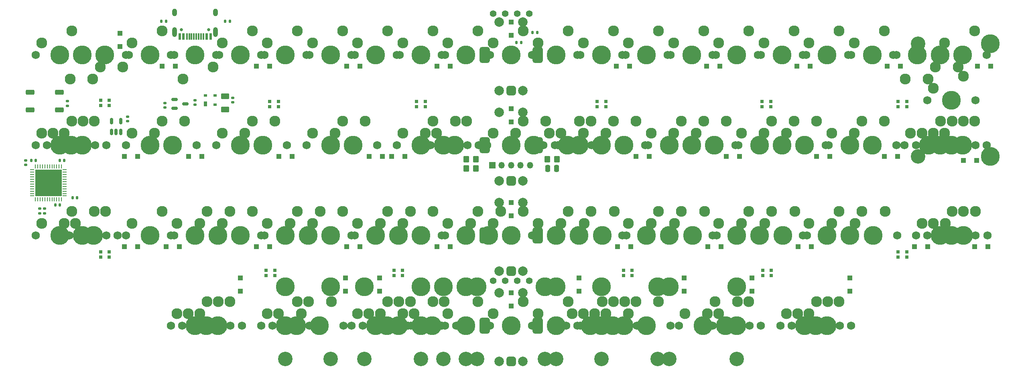
<source format=gbr>
%TF.GenerationSoftware,KiCad,Pcbnew,(7.0.0)*%
%TF.CreationDate,2023-12-19T23:31:54+01:00*%
%TF.ProjectId,universal vault v2,756e6976-6572-4736-916c-207661756c74,rev?*%
%TF.SameCoordinates,Original*%
%TF.FileFunction,Soldermask,Bot*%
%TF.FilePolarity,Negative*%
%FSLAX46Y46*%
G04 Gerber Fmt 4.6, Leading zero omitted, Abs format (unit mm)*
G04 Created by KiCad (PCBNEW (7.0.0)) date 2023-12-19 23:31:54*
%MOMM*%
%LPD*%
G01*
G04 APERTURE LIST*
G04 Aperture macros list*
%AMRoundRect*
0 Rectangle with rounded corners*
0 $1 Rounding radius*
0 $2 $3 $4 $5 $6 $7 $8 $9 X,Y pos of 4 corners*
0 Add a 4 corners polygon primitive as box body*
4,1,4,$2,$3,$4,$5,$6,$7,$8,$9,$2,$3,0*
0 Add four circle primitives for the rounded corners*
1,1,$1+$1,$2,$3*
1,1,$1+$1,$4,$5*
1,1,$1+$1,$6,$7*
1,1,$1+$1,$8,$9*
0 Add four rect primitives between the rounded corners*
20,1,$1+$1,$2,$3,$4,$5,0*
20,1,$1+$1,$4,$5,$6,$7,0*
20,1,$1+$1,$6,$7,$8,$9,0*
20,1,$1+$1,$8,$9,$2,$3,0*%
G04 Aperture macros list end*
%ADD10C,1.750000*%
%ADD11C,3.987800*%
%ADD12C,2.300000*%
%ADD13C,3.048000*%
%ADD14C,1.397000*%
%ADD15C,2.000000*%
%ADD16RoundRect,0.500000X0.500000X-0.500000X0.500000X0.500000X-0.500000X0.500000X-0.500000X-0.500000X0*%
%ADD17RoundRect,0.550000X0.550000X-1.150000X0.550000X1.150000X-0.550000X1.150000X-0.550000X-1.150000X0*%
%ADD18RoundRect,0.105000X0.245000X0.245000X-0.245000X0.245000X-0.245000X-0.245000X0.245000X-0.245000X0*%
%ADD19RoundRect,0.250000X-0.300000X0.300000X-0.300000X-0.300000X0.300000X-0.300000X0.300000X0.300000X0*%
%ADD20RoundRect,0.250000X0.300000X0.300000X-0.300000X0.300000X-0.300000X-0.300000X0.300000X-0.300000X0*%
%ADD21RoundRect,0.250000X0.300000X-0.300000X0.300000X0.300000X-0.300000X0.300000X-0.300000X-0.300000X0*%
%ADD22RoundRect,0.105000X-0.245000X-0.245000X0.245000X-0.245000X0.245000X0.245000X-0.245000X0.245000X0*%
%ADD23R,1.350000X1.350000*%
%ADD24O,1.350000X1.350000*%
%ADD25RoundRect,0.140000X-0.170000X0.140000X-0.170000X-0.140000X0.170000X-0.140000X0.170000X0.140000X0*%
%ADD26RoundRect,0.135000X0.185000X-0.135000X0.185000X0.135000X-0.185000X0.135000X-0.185000X-0.135000X0*%
%ADD27RoundRect,0.150000X0.150000X-0.512500X0.150000X0.512500X-0.150000X0.512500X-0.150000X-0.512500X0*%
%ADD28RoundRect,0.140000X-0.140000X-0.170000X0.140000X-0.170000X0.140000X0.170000X-0.140000X0.170000X0*%
%ADD29RoundRect,0.140000X0.170000X-0.140000X0.170000X0.140000X-0.170000X0.140000X-0.170000X-0.140000X0*%
%ADD30RoundRect,0.250000X-0.300000X-0.300000X0.300000X-0.300000X0.300000X0.300000X-0.300000X0.300000X0*%
%ADD31RoundRect,0.135000X0.135000X0.185000X-0.135000X0.185000X-0.135000X-0.185000X0.135000X-0.185000X0*%
%ADD32RoundRect,0.140000X0.140000X0.170000X-0.140000X0.170000X-0.140000X-0.170000X0.140000X-0.170000X0*%
%ADD33RoundRect,0.275000X0.625000X0.275000X-0.625000X0.275000X-0.625000X-0.275000X0.625000X-0.275000X0*%
%ADD34RoundRect,0.250000X0.625000X-0.375000X0.625000X0.375000X-0.625000X0.375000X-0.625000X-0.375000X0*%
%ADD35RoundRect,0.150000X-0.512500X-0.150000X0.512500X-0.150000X0.512500X0.150000X-0.512500X0.150000X0*%
%ADD36RoundRect,0.135000X-0.135000X-0.185000X0.135000X-0.185000X0.135000X0.185000X-0.135000X0.185000X0*%
%ADD37RoundRect,0.250000X0.350000X0.450000X-0.350000X0.450000X-0.350000X-0.450000X0.350000X-0.450000X0*%
%ADD38RoundRect,0.250000X-0.350000X-0.450000X0.350000X-0.450000X0.350000X0.450000X-0.350000X0.450000X0*%
%ADD39RoundRect,0.250000X0.250000X0.475000X-0.250000X0.475000X-0.250000X-0.475000X0.250000X-0.475000X0*%
%ADD40C,0.650000*%
%ADD41R,0.600000X1.450000*%
%ADD42R,0.300000X1.450000*%
%ADD43O,1.000000X1.600000*%
%ADD44O,1.000000X2.100000*%
%ADD45R,0.700000X1.000000*%
%ADD46R,0.700000X0.600000*%
%ADD47RoundRect,0.062500X0.062500X-0.375000X0.062500X0.375000X-0.062500X0.375000X-0.062500X-0.375000X0*%
%ADD48RoundRect,0.062500X0.375000X-0.062500X0.375000X0.062500X-0.375000X0.062500X-0.375000X-0.062500X0*%
%ADD49R,5.600000X5.600000*%
G04 APERTURE END LIST*
D10*
%TO.C,K_SPACE4*%
X61595000Y66675000D03*
D11*
X66675000Y66675000D03*
D10*
X71755000Y66675000D03*
D12*
X62865000Y69215000D03*
X69215000Y71755000D03*
%TD*%
D10*
%TO.C,K_SPACE68*%
X113982500Y47625000D03*
D11*
X119062500Y47625000D03*
D10*
X124142500Y47625000D03*
D12*
X115252500Y50165000D03*
X121602500Y52705000D03*
%TD*%
D10*
%TO.C,K_SPACE17*%
X99695000Y47625000D03*
D11*
X104775000Y47625000D03*
D10*
X109855000Y47625000D03*
D12*
X100965000Y50165000D03*
X107315000Y52705000D03*
%TD*%
D13*
%TO.C,S6*%
X95250000Y2540000D03*
D11*
X95250000Y17780000D03*
D13*
X57150000Y2540000D03*
D11*
X57150000Y17780000D03*
%TD*%
D10*
%TO.C,K_SPACE30*%
X128270000Y28575000D03*
D11*
X133350000Y28575000D03*
D10*
X138430000Y28575000D03*
D12*
X129540000Y31115000D03*
X135890000Y33655000D03*
%TD*%
D10*
%TO.C,K_SPACE118*%
X147320000Y9525000D03*
D11*
X152400000Y9525000D03*
D10*
X157480000Y9525000D03*
D12*
X148590000Y12065000D03*
X154940000Y14605000D03*
%TD*%
D10*
%TO.C,K_SPACE94*%
X94932500Y28575000D03*
D11*
X100012500Y28575000D03*
D10*
X105092500Y28575000D03*
D12*
X96202500Y31115000D03*
X102552500Y33655000D03*
%TD*%
D10*
%TO.C,K_SPACE73*%
X28257500Y47625000D03*
D11*
X33337500Y47625000D03*
D10*
X38417500Y47625000D03*
D12*
X29527500Y50165000D03*
X35877500Y52705000D03*
%TD*%
D10*
%TO.C,K_SPACE117*%
X52070000Y9525000D03*
D11*
X57150000Y9525000D03*
D10*
X62230000Y9525000D03*
D12*
X53340000Y12065000D03*
X59690000Y14605000D03*
%TD*%
D10*
%TO.C,K_SPACE107*%
X35401250Y9525000D03*
D11*
X40481250Y9525000D03*
D10*
X45561250Y9525000D03*
D12*
X36671250Y12065000D03*
X43021250Y14605000D03*
%TD*%
D10*
%TO.C,K_SPACE83*%
X23495000Y28575000D03*
D11*
X28575000Y28575000D03*
D10*
X33655000Y28575000D03*
D12*
X24765000Y31115000D03*
X31115000Y33655000D03*
%TD*%
D13*
%TO.C,S3*%
X135731250Y2540000D03*
D11*
X135731250Y17780000D03*
D13*
X111918750Y2540000D03*
D11*
X111918750Y17780000D03*
%TD*%
D10*
%TO.C,K_SPACE124*%
X73501250Y9525000D03*
D11*
X78581250Y9525000D03*
D10*
X83661250Y9525000D03*
D12*
X74771250Y12065000D03*
X81121250Y14605000D03*
%TD*%
D10*
%TO.C,K_SPACE28*%
X87788750Y47625000D03*
D11*
X92868750Y47625000D03*
D10*
X97948750Y47625000D03*
D12*
X89058750Y50165000D03*
X95408750Y52705000D03*
%TD*%
D10*
%TO.C,K_SPACE72*%
X190182500Y47625000D03*
D11*
X195262500Y47625000D03*
D10*
X200342500Y47625000D03*
D12*
X191452500Y50165000D03*
X197802500Y52705000D03*
%TD*%
D14*
%TO.C,OL2*%
X108585000Y75406250D03*
X106045000Y75406250D03*
X103505000Y75406250D03*
X100965000Y75406250D03*
%TD*%
D10*
%TO.C,K_SPACE95*%
X192563750Y57150000D03*
D11*
X197643750Y57150000D03*
D10*
X202723750Y57150000D03*
D12*
X193833750Y59690000D03*
X200183750Y62230000D03*
%TD*%
D10*
%TO.C,K_SPACE9*%
X156845000Y66675000D03*
D11*
X161925000Y66675000D03*
D10*
X167005000Y66675000D03*
D12*
X158115000Y69215000D03*
X164465000Y71755000D03*
%TD*%
D10*
%TO.C,K_SPACE21*%
X175895000Y47625000D03*
D11*
X180975000Y47625000D03*
D10*
X186055000Y47625000D03*
D12*
X177165000Y50165000D03*
X183515000Y52705000D03*
%TD*%
D10*
%TO.C,K_SPACE33*%
X190182500Y28575000D03*
D11*
X195262500Y28575000D03*
D10*
X200342500Y28575000D03*
D12*
X191452500Y31115000D03*
X197802500Y33655000D03*
%TD*%
D10*
%TO.C,K_SPACE55*%
X71120000Y66675000D03*
D11*
X76200000Y66675000D03*
D10*
X81280000Y66675000D03*
D12*
X72390000Y69215000D03*
X78740000Y71755000D03*
%TD*%
D10*
%TO.C,K_SPACE121*%
X121126250Y9525000D03*
D11*
X126206250Y9525000D03*
D10*
X131286250Y9525000D03*
D12*
X122396250Y12065000D03*
X128746250Y14605000D03*
%TD*%
D13*
%TO.C,S5*%
X138112500Y2540000D03*
D11*
X138112500Y17780000D03*
D13*
X114300000Y2540000D03*
D11*
X114300000Y17780000D03*
%TD*%
D10*
%TO.C,K_SPACE115*%
X116363750Y9525000D03*
D11*
X121443750Y9525000D03*
D10*
X126523750Y9525000D03*
D12*
X117633750Y12065000D03*
X123983750Y14605000D03*
%TD*%
D10*
%TO.C,K_SPACE15*%
X61595000Y47625000D03*
D11*
X66675000Y47625000D03*
D10*
X71755000Y47625000D03*
D12*
X62865000Y50165000D03*
X69215000Y52705000D03*
%TD*%
D10*
%TO.C,K_SPACE70*%
X152082500Y47625000D03*
D11*
X157162500Y47625000D03*
D10*
X162242500Y47625000D03*
D12*
X153352500Y50165000D03*
X159702500Y52705000D03*
%TD*%
D10*
%TO.C,K_SPACE38*%
X123507500Y9525000D03*
D11*
X128587500Y9525000D03*
D10*
X133667500Y9525000D03*
D12*
X124777500Y12065000D03*
X131127500Y14605000D03*
%TD*%
D10*
%TO.C,K_SPACE98*%
X152082500Y28575000D03*
D11*
X157162500Y28575000D03*
D10*
X162242500Y28575000D03*
D12*
X153352500Y31115000D03*
X159702500Y33655000D03*
%TD*%
D10*
%TO.C,K_SPACE78*%
X123507500Y47625000D03*
D11*
X128587500Y47625000D03*
D10*
X133667500Y47625000D03*
D12*
X124777500Y50165000D03*
X131127500Y52705000D03*
%TD*%
D10*
%TO.C,K_SPACE101*%
X192563750Y47625000D03*
D11*
X197643750Y47625000D03*
D10*
X202723750Y47625000D03*
D12*
X193833750Y50165000D03*
X200183750Y52705000D03*
%TD*%
D10*
%TO.C,K_SPACE10*%
X175895000Y66675000D03*
D11*
X180975000Y66675000D03*
D10*
X186055000Y66675000D03*
D12*
X177165000Y69215000D03*
X183515000Y71755000D03*
%TD*%
D10*
%TO.C,K_SPACE74*%
X47307500Y47625000D03*
D11*
X52387500Y47625000D03*
D10*
X57467500Y47625000D03*
D12*
X48577500Y50165000D03*
X54927500Y52705000D03*
%TD*%
D14*
%TO.C,OL1*%
X100965000Y19050000D03*
X103505000Y19050000D03*
X106045000Y19050000D03*
X108585000Y19050000D03*
%TD*%
D10*
%TO.C,K_SPACE99*%
X171132500Y28575000D03*
D11*
X176212500Y28575000D03*
D10*
X181292500Y28575000D03*
D12*
X172402500Y31115000D03*
X178752500Y33655000D03*
%TD*%
D10*
%TO.C,K_SPACE85*%
X61595000Y28575000D03*
D11*
X66675000Y28575000D03*
D10*
X71755000Y28575000D03*
D12*
X62865000Y31115000D03*
X69215000Y33655000D03*
%TD*%
D10*
%TO.C,K_SPACE110*%
X99695000Y9525000D03*
D11*
X104775000Y9525000D03*
D10*
X109855000Y9525000D03*
D12*
X100965000Y12065000D03*
X107315000Y14605000D03*
%TD*%
D10*
%TO.C,K_SPACE2*%
X23495000Y66675000D03*
D11*
X28575000Y66675000D03*
D10*
X33655000Y66675000D03*
D12*
X24765000Y69215000D03*
X31115000Y71755000D03*
%TD*%
D10*
%TO.C,K_SPACE92*%
X56832500Y28575000D03*
D11*
X61912500Y28575000D03*
D10*
X66992500Y28575000D03*
D12*
X58102500Y31115000D03*
X64452500Y33655000D03*
%TD*%
D10*
%TO.C,K_SPACE34*%
X111601250Y47625000D03*
D11*
X116681250Y47625000D03*
D10*
X121761250Y47625000D03*
D12*
X112871250Y50165000D03*
X119221250Y52705000D03*
%TD*%
D10*
%TO.C,K_SPACE14*%
X42545000Y47625000D03*
D11*
X47625000Y47625000D03*
D10*
X52705000Y47625000D03*
D12*
X43815000Y50165000D03*
X50165000Y52705000D03*
%TD*%
D10*
%TO.C,K_SPACE77*%
X104457500Y47625000D03*
D11*
X109537500Y47625000D03*
D10*
X114617500Y47625000D03*
D12*
X105727500Y50165000D03*
X112077500Y52705000D03*
%TD*%
D10*
%TO.C,K_SPACE32*%
X166370000Y28575000D03*
D11*
X171450000Y28575000D03*
D10*
X176530000Y28575000D03*
D12*
X167640000Y31115000D03*
X173990000Y33655000D03*
%TD*%
D10*
%TO.C,K_SPACE114*%
X83026250Y9525000D03*
D11*
X88106250Y9525000D03*
D10*
X93186250Y9525000D03*
D12*
X84296250Y12065000D03*
X90646250Y14605000D03*
%TD*%
D10*
%TO.C,K_SPACE67*%
X6826250Y47625000D03*
D11*
X11906250Y47625000D03*
D10*
X16986250Y47625000D03*
D12*
X8096250Y50165000D03*
X14446250Y52705000D03*
%TD*%
D10*
%TO.C,K_SPACE108*%
X140176250Y9525000D03*
D11*
X145256250Y9525000D03*
D10*
X150336250Y9525000D03*
D12*
X141446250Y12065000D03*
X147796250Y14605000D03*
%TD*%
D10*
%TO.C,K_SPACE37*%
X75882500Y9525000D03*
D11*
X80962500Y9525000D03*
D10*
X86042500Y9525000D03*
D12*
X77152500Y12065000D03*
X83502500Y14605000D03*
%TD*%
D10*
%TO.C,K_SPACE71*%
X171132500Y47625000D03*
D11*
X176212500Y47625000D03*
D10*
X181292500Y47625000D03*
D12*
X172402500Y50165000D03*
X178752500Y52705000D03*
%TD*%
D10*
%TO.C,K_SPACE88*%
X137961250Y28575000D03*
D11*
X143041250Y28575000D03*
D10*
X148121250Y28575000D03*
D12*
X139231250Y31115000D03*
X145581250Y33655000D03*
%TD*%
D10*
%TO.C,K_SPACE50*%
X11588750Y28575000D03*
D11*
X16668750Y28575000D03*
D10*
X21748750Y28575000D03*
D12*
X12858750Y31115000D03*
X19208750Y33655000D03*
%TD*%
D10*
%TO.C,K_SPACE57*%
X9207500Y47625000D03*
D11*
X14287500Y47625000D03*
D10*
X19367500Y47625000D03*
D12*
X10477500Y50165000D03*
X16827500Y52705000D03*
%TD*%
D10*
%TO.C,K_SPACE26*%
X71120000Y28575000D03*
D11*
X76200000Y28575000D03*
D10*
X81280000Y28575000D03*
D12*
X72390000Y31115000D03*
X78740000Y33655000D03*
%TD*%
D10*
%TO.C,K_SPACE90*%
X176061250Y28575000D03*
D11*
X181141250Y28575000D03*
D10*
X186221250Y28575000D03*
D12*
X177331250Y31115000D03*
X183681250Y33655000D03*
%TD*%
D10*
%TO.C,K_SPACE116*%
X128270000Y9525000D03*
D11*
X133350000Y9525000D03*
D10*
X138430000Y9525000D03*
D12*
X129540000Y12065000D03*
X135890000Y14605000D03*
%TD*%
D15*
%TO.C,SW5*%
X102275000Y21075000D03*
X107275000Y21075000D03*
D16*
X104775000Y21075000D03*
D17*
X99175000Y28575000D03*
X110375000Y28575000D03*
D15*
X107275000Y35575000D03*
X102275000Y35575000D03*
%TD*%
D10*
%TO.C,K_SPACE93*%
X75882500Y28575000D03*
D11*
X80962500Y28575000D03*
D10*
X86042500Y28575000D03*
D12*
X77152500Y31115000D03*
X83502500Y33655000D03*
%TD*%
D10*
%TO.C,K_SPACE81*%
X187801250Y47625000D03*
D11*
X192881250Y47625000D03*
D10*
X197961250Y47625000D03*
D12*
X189071250Y50165000D03*
X195421250Y52705000D03*
%TD*%
D10*
%TO.C,K_SPACE128*%
X71120000Y9525000D03*
D11*
X76200000Y9525000D03*
D10*
X81280000Y9525000D03*
D12*
X72390000Y12065000D03*
X78740000Y14605000D03*
%TD*%
D10*
%TO.C,K_SPACE87*%
X118911250Y28575000D03*
D11*
X123991250Y28575000D03*
D10*
X129071250Y28575000D03*
D12*
X120181250Y31115000D03*
X126531250Y33655000D03*
%TD*%
D10*
%TO.C,K_SPACE123*%
X161607500Y9525000D03*
D11*
X166687500Y9525000D03*
D10*
X171767500Y9525000D03*
D12*
X162877500Y12065000D03*
X169227500Y14605000D03*
%TD*%
D10*
%TO.C,K_SPACE97*%
X133032500Y28575000D03*
D11*
X138112500Y28575000D03*
D10*
X143192500Y28575000D03*
D12*
X134302500Y31115000D03*
X140652500Y33655000D03*
%TD*%
D13*
%TO.C,S7*%
X152400000Y2540000D03*
D11*
X152400000Y17780000D03*
D13*
X114300000Y2540000D03*
D11*
X114300000Y17780000D03*
%TD*%
D10*
%TO.C,K_SPACE69*%
X133032500Y47625000D03*
D11*
X138112500Y47625000D03*
D10*
X143192500Y47625000D03*
D12*
X134302500Y50165000D03*
X140652500Y52705000D03*
%TD*%
D10*
%TO.C,K_SPACE56*%
X90170000Y66675000D03*
D11*
X95250000Y66675000D03*
D10*
X100330000Y66675000D03*
D12*
X91440000Y69215000D03*
X97790000Y71755000D03*
%TD*%
D10*
%TO.C,K_SPACE62*%
X195580000Y66675000D03*
D11*
X190500000Y66675000D03*
D10*
X185420000Y66675000D03*
D12*
X194310000Y64135000D03*
X187960000Y61595000D03*
%TD*%
D10*
%TO.C,K_SPACE109*%
X163988750Y9525000D03*
D11*
X169068750Y9525000D03*
D10*
X174148750Y9525000D03*
D12*
X165258750Y12065000D03*
X171608750Y14605000D03*
%TD*%
D10*
%TO.C,K_SPACE25*%
X52070000Y28575000D03*
D11*
X57150000Y28575000D03*
D10*
X62230000Y28575000D03*
D12*
X53340000Y31115000D03*
X59690000Y33655000D03*
%TD*%
D10*
%TO.C,K_SPACE63*%
X28257500Y47625000D03*
D11*
X33337500Y47625000D03*
D10*
X38417500Y47625000D03*
D12*
X29527500Y50165000D03*
X35877500Y52705000D03*
%TD*%
D10*
%TO.C,K_SPACE51*%
X37782500Y28575000D03*
D11*
X42862500Y28575000D03*
D10*
X47942500Y28575000D03*
D12*
X39052500Y31115000D03*
X45402500Y33655000D03*
%TD*%
D10*
%TO.C,K_SPACE60*%
X147320000Y66675000D03*
D11*
X152400000Y66675000D03*
D10*
X157480000Y66675000D03*
D12*
X148590000Y69215000D03*
X154940000Y71755000D03*
%TD*%
D10*
%TO.C,K_SPACE103*%
X19367500Y66675000D03*
D11*
X14287500Y66675000D03*
D10*
X9207500Y66675000D03*
D12*
X18097500Y64135000D03*
X11747500Y61595000D03*
%TD*%
D10*
%TO.C,K_SPACE102*%
X200342500Y66675000D03*
D11*
X195262500Y66675000D03*
D10*
X190182500Y66675000D03*
D12*
X199072500Y64135000D03*
X192722500Y61595000D03*
%TD*%
D10*
%TO.C,K_SPACE39*%
X71120000Y9525000D03*
D11*
X76200000Y9525000D03*
D10*
X81280000Y9525000D03*
D12*
X72390000Y12065000D03*
X78740000Y14605000D03*
%TD*%
D10*
%TO.C,K_SPACE8*%
X137795000Y66675000D03*
D11*
X142875000Y66675000D03*
D10*
X147955000Y66675000D03*
D12*
X139065000Y69215000D03*
X145415000Y71755000D03*
%TD*%
D10*
%TO.C,K_SPACE86*%
X80645000Y28575000D03*
D11*
X85725000Y28575000D03*
D10*
X90805000Y28575000D03*
D12*
X81915000Y31115000D03*
X88265000Y33655000D03*
%TD*%
D10*
%TO.C,K_SPACE100*%
X192563750Y28575000D03*
D11*
X197643750Y28575000D03*
D10*
X202723750Y28575000D03*
D12*
X193833750Y31115000D03*
X200183750Y33655000D03*
%TD*%
D10*
%TO.C,K_SPACE66*%
X85407500Y47625000D03*
D11*
X90487500Y47625000D03*
D10*
X95567500Y47625000D03*
D12*
X86677500Y50165000D03*
X93027500Y52705000D03*
%TD*%
D15*
%TO.C,SW1*%
X102275000Y59175000D03*
X107275000Y59175000D03*
D16*
X104775000Y59175000D03*
D17*
X99175000Y66675000D03*
X110375000Y66675000D03*
D15*
X107275000Y73675000D03*
X102275000Y73675000D03*
%TD*%
D10*
%TO.C,K_SPACE79*%
X142557500Y47625000D03*
D11*
X147637500Y47625000D03*
D10*
X152717500Y47625000D03*
D12*
X143827500Y50165000D03*
X150177500Y52705000D03*
%TD*%
D10*
%TO.C,K_SPACE64*%
X47307500Y47625000D03*
D11*
X52387500Y47625000D03*
D10*
X57467500Y47625000D03*
D12*
X48577500Y50165000D03*
X54927500Y52705000D03*
%TD*%
D10*
%TO.C,K_SPACE20*%
X156845000Y47625000D03*
D11*
X161925000Y47625000D03*
D10*
X167005000Y47625000D03*
D12*
X158115000Y50165000D03*
X164465000Y52705000D03*
%TD*%
D10*
%TO.C,K_SPACE49*%
X99695000Y28575000D03*
D11*
X104775000Y28575000D03*
D10*
X109855000Y28575000D03*
D12*
X100965000Y31115000D03*
X107315000Y33655000D03*
%TD*%
D10*
%TO.C,K_SPACE59*%
X128270000Y66675000D03*
D11*
X133350000Y66675000D03*
D10*
X138430000Y66675000D03*
D12*
X129540000Y69215000D03*
X135890000Y71755000D03*
%TD*%
D10*
%TO.C,K_SPACE104*%
X6826250Y47625000D03*
D11*
X11906250Y47625000D03*
D10*
X16986250Y47625000D03*
D12*
X8096250Y50165000D03*
X14446250Y52705000D03*
%TD*%
D10*
%TO.C,K_SPACE84*%
X42545000Y28575000D03*
D11*
X47625000Y28575000D03*
D10*
X52705000Y28575000D03*
D12*
X43815000Y31115000D03*
X50165000Y33655000D03*
%TD*%
D10*
%TO.C,K_SPACE106*%
X59213750Y9525000D03*
D11*
X64293750Y9525000D03*
D10*
X69373750Y9525000D03*
D12*
X60483750Y12065000D03*
X66833750Y14605000D03*
%TD*%
D13*
%TO.C,S2*%
X97631250Y2540000D03*
D11*
X97631250Y17780000D03*
D13*
X73818750Y2540000D03*
D11*
X73818750Y17780000D03*
%TD*%
D10*
%TO.C,K_SPACE125*%
X118745000Y9525000D03*
D11*
X123825000Y9525000D03*
D10*
X128905000Y9525000D03*
D12*
X120015000Y12065000D03*
X126365000Y14605000D03*
%TD*%
D10*
%TO.C,K_SPACE11*%
X194945000Y66675000D03*
D11*
X200025000Y66675000D03*
D10*
X205105000Y66675000D03*
D12*
X196215000Y69215000D03*
X202565000Y71755000D03*
%TD*%
D10*
%TO.C,K_SPACE91*%
X195111250Y28575000D03*
D11*
X200191250Y28575000D03*
D10*
X205271250Y28575000D03*
D12*
X196381250Y31115000D03*
X202731250Y33655000D03*
%TD*%
D15*
%TO.C,SW2*%
X102275000Y40125000D03*
X107275000Y40125000D03*
D16*
X104775000Y40125000D03*
D17*
X99175000Y47625000D03*
X110375000Y47625000D03*
D15*
X107275000Y54625000D03*
X102275000Y54625000D03*
%TD*%
D10*
%TO.C,K_SPACE122*%
X37782500Y9525000D03*
D11*
X42862500Y9525000D03*
D10*
X47942500Y9525000D03*
D12*
X39052500Y12065000D03*
X45402500Y14605000D03*
%TD*%
D10*
%TO.C,K_SPACE129*%
X128270000Y9525000D03*
D11*
X133350000Y9525000D03*
D10*
X138430000Y9525000D03*
D12*
X129540000Y12065000D03*
X135890000Y14605000D03*
%TD*%
D10*
%TO.C,K_SPACE113*%
X166370000Y9525000D03*
D11*
X171450000Y9525000D03*
D10*
X176530000Y9525000D03*
D12*
X167640000Y12065000D03*
X173990000Y14605000D03*
%TD*%
D10*
%TO.C,K_SPACE19*%
X137795000Y47625000D03*
D11*
X142875000Y47625000D03*
D10*
X147955000Y47625000D03*
D12*
X139065000Y50165000D03*
X145415000Y52705000D03*
%TD*%
D10*
%TO.C,K_SPACE23*%
X9207500Y28575000D03*
D11*
X14287500Y28575000D03*
D10*
X19367500Y28575000D03*
D12*
X10477500Y31115000D03*
X16827500Y33655000D03*
%TD*%
D10*
%TO.C,K_SPACE16*%
X80645000Y47625000D03*
D11*
X85725000Y47625000D03*
D10*
X90805000Y47625000D03*
D12*
X81915000Y50165000D03*
X88265000Y52705000D03*
%TD*%
D10*
%TO.C,K_SPACE105*%
X33020000Y9525000D03*
D11*
X38100000Y9525000D03*
D10*
X43180000Y9525000D03*
D12*
X34290000Y12065000D03*
X40640000Y14605000D03*
%TD*%
D10*
%TO.C,K_SPACE12*%
X4445000Y47625000D03*
D11*
X9525000Y47625000D03*
D10*
X14605000Y47625000D03*
D12*
X5715000Y50165000D03*
X12065000Y52705000D03*
%TD*%
D10*
%TO.C,K_SPACE22*%
X194945000Y47625000D03*
D11*
X200025000Y47625000D03*
D10*
X205105000Y47625000D03*
D12*
X196215000Y50165000D03*
X202565000Y52705000D03*
%TD*%
D10*
%TO.C,K_SPACE52*%
X24130000Y66675000D03*
D11*
X19050000Y66675000D03*
D10*
X13970000Y66675000D03*
D12*
X22860000Y64135000D03*
X16510000Y61595000D03*
%TD*%
D10*
%TO.C,K_SPACE65*%
X66357500Y47625000D03*
D11*
X71437500Y47625000D03*
D10*
X76517500Y47625000D03*
D12*
X67627500Y50165000D03*
X73977500Y52705000D03*
%TD*%
D13*
%TO.C,S9*%
X123825000Y2540000D03*
D11*
X123825000Y17780000D03*
D13*
X85725000Y2540000D03*
D11*
X85725000Y17780000D03*
%TD*%
D10*
%TO.C,K_SPACE53*%
X43180000Y66675000D03*
D11*
X38100000Y66675000D03*
D10*
X33020000Y66675000D03*
D12*
X41910000Y64135000D03*
X35560000Y61595000D03*
%TD*%
D10*
%TO.C,K_SPACE3*%
X42545000Y66675000D03*
D11*
X47625000Y66675000D03*
D10*
X52705000Y66675000D03*
D12*
X43815000Y69215000D03*
X50165000Y71755000D03*
%TD*%
D13*
%TO.C,S8*%
X152400000Y2540000D03*
D11*
X152400000Y17780000D03*
D13*
X57150000Y2540000D03*
D11*
X57150000Y17780000D03*
%TD*%
D10*
%TO.C,K_SPACE80*%
X161607500Y47625000D03*
D11*
X166687500Y47625000D03*
D10*
X171767500Y47625000D03*
D12*
X162877500Y50165000D03*
X169227500Y52705000D03*
%TD*%
D10*
%TO.C,K_SPACE7*%
X118745000Y66675000D03*
D11*
X123825000Y66675000D03*
D10*
X128905000Y66675000D03*
D12*
X120015000Y69215000D03*
X126365000Y71755000D03*
%TD*%
D10*
%TO.C,K_SPACE96*%
X113982500Y28575000D03*
D11*
X119062500Y28575000D03*
D10*
X124142500Y28575000D03*
D12*
X115252500Y31115000D03*
X121602500Y33655000D03*
%TD*%
D10*
%TO.C,K_SPACE6*%
X99695000Y66675000D03*
D11*
X104775000Y66675000D03*
D10*
X109855000Y66675000D03*
D12*
X100965000Y69215000D03*
X107315000Y71755000D03*
%TD*%
D10*
%TO.C,K_SPACE82*%
X4445000Y28575000D03*
D11*
X9525000Y28575000D03*
D10*
X14605000Y28575000D03*
D12*
X5715000Y31115000D03*
X12065000Y33655000D03*
%TD*%
D10*
%TO.C,K_SPACE111*%
X54451250Y9525000D03*
D11*
X59531250Y9525000D03*
D10*
X64611250Y9525000D03*
D12*
X55721250Y12065000D03*
X62071250Y14605000D03*
%TD*%
D10*
%TO.C,K_SPACE89*%
X157011250Y28575000D03*
D11*
X162091250Y28575000D03*
D10*
X167171250Y28575000D03*
D12*
X158281250Y31115000D03*
X164631250Y33655000D03*
%TD*%
D10*
%TO.C,K_SPACE29*%
X109220000Y28575000D03*
D11*
X114300000Y28575000D03*
D10*
X119380000Y28575000D03*
D12*
X110490000Y31115000D03*
X116840000Y33655000D03*
%TD*%
D10*
%TO.C,K_SPACE5*%
X80645000Y66675000D03*
D11*
X85725000Y66675000D03*
D10*
X90805000Y66675000D03*
D12*
X81915000Y69215000D03*
X88265000Y71755000D03*
%TD*%
D10*
%TO.C,K_SPACE120*%
X80645000Y9525000D03*
D11*
X85725000Y9525000D03*
D10*
X90805000Y9525000D03*
D12*
X81915000Y12065000D03*
X88265000Y14605000D03*
%TD*%
D13*
%TO.C,S4*%
X90487500Y2540000D03*
D11*
X90487500Y17780000D03*
D13*
X66675000Y2540000D03*
D11*
X66675000Y17780000D03*
%TD*%
D10*
%TO.C,K_SPACE58*%
X109220000Y66675000D03*
D11*
X114300000Y66675000D03*
D10*
X119380000Y66675000D03*
D12*
X110490000Y69215000D03*
X116840000Y71755000D03*
%TD*%
D10*
%TO.C,K_SPACE75*%
X66357500Y47625000D03*
D11*
X71437500Y47625000D03*
D10*
X76517500Y47625000D03*
D12*
X67627500Y50165000D03*
X73977500Y52705000D03*
%TD*%
D10*
%TO.C,K_SPACE27*%
X90170000Y28575000D03*
D11*
X95250000Y28575000D03*
D10*
X100330000Y28575000D03*
D12*
X91440000Y31115000D03*
X97790000Y33655000D03*
%TD*%
D10*
%TO.C,K_SPACE61*%
X166370000Y66675000D03*
D11*
X171450000Y66675000D03*
D10*
X176530000Y66675000D03*
D12*
X167640000Y69215000D03*
X173990000Y71755000D03*
%TD*%
D10*
%TO.C,K_SPACE24*%
X33020000Y28575000D03*
D11*
X38100000Y28575000D03*
D10*
X43180000Y28575000D03*
D12*
X34290000Y31115000D03*
X40640000Y33655000D03*
%TD*%
D10*
%TO.C,K_SPACE18*%
X118745000Y47625000D03*
D11*
X123825000Y47625000D03*
D10*
X128905000Y47625000D03*
D12*
X120015000Y50165000D03*
X126365000Y52705000D03*
%TD*%
D10*
%TO.C,K_SPACE76*%
X85407500Y47625000D03*
D11*
X90487500Y47625000D03*
D10*
X95567500Y47625000D03*
D12*
X86677500Y50165000D03*
X93027500Y52705000D03*
%TD*%
D10*
%TO.C,K_SPACE31*%
X147320000Y28575000D03*
D11*
X152400000Y28575000D03*
D10*
X157480000Y28575000D03*
D12*
X148590000Y31115000D03*
X154940000Y33655000D03*
%TD*%
D10*
%TO.C,K_SPACE1*%
X4445000Y66675000D03*
D11*
X9525000Y66675000D03*
D10*
X14605000Y66675000D03*
D12*
X5715000Y69215000D03*
X12065000Y71755000D03*
%TD*%
D15*
%TO.C,SW3*%
X102275000Y2025000D03*
X107275000Y2025000D03*
D16*
X104775000Y2025000D03*
D17*
X99175000Y9525000D03*
X110375000Y9525000D03*
D15*
X107275000Y16525000D03*
X102275000Y16525000D03*
%TD*%
D10*
%TO.C,K_SPACE112*%
X144938750Y9525000D03*
D11*
X150018750Y9525000D03*
D10*
X155098750Y9525000D03*
D12*
X146208750Y12065000D03*
X152558750Y14605000D03*
%TD*%
D13*
%TO.C,S1*%
X190658750Y69056250D03*
X190658750Y45243750D03*
D11*
X205898750Y69056250D03*
X205898750Y45243750D03*
%TD*%
D10*
%TO.C,K_SPACE35*%
X90170000Y9525000D03*
D11*
X95250000Y9525000D03*
D10*
X100330000Y9525000D03*
D12*
X91440000Y12065000D03*
X97790000Y14605000D03*
%TD*%
D10*
%TO.C,K_SPACE54*%
X52070000Y66675000D03*
D11*
X57150000Y66675000D03*
D10*
X62230000Y66675000D03*
D12*
X53340000Y69215000D03*
X59690000Y71755000D03*
%TD*%
D10*
%TO.C,K_SPACE13*%
X23495000Y47625000D03*
D11*
X28575000Y47625000D03*
D10*
X33655000Y47625000D03*
D12*
X24765000Y50165000D03*
X31115000Y52705000D03*
%TD*%
D10*
%TO.C,K_SPACE36*%
X109220000Y9525000D03*
D11*
X114300000Y9525000D03*
D10*
X119380000Y9525000D03*
D12*
X110490000Y12065000D03*
X116840000Y14605000D03*
%TD*%
D18*
%TO.C,LED1*%
X19965000Y57150000D03*
X19965000Y56050000D03*
X18135000Y56050000D03*
X18135000Y57150000D03*
%TD*%
%TO.C,LED6*%
X188240000Y56906250D03*
X188240000Y55806250D03*
X186410000Y55806250D03*
X186410000Y56906250D03*
%TD*%
D19*
%TO.C,D_SPACE34*%
X47625000Y19656250D03*
X47625000Y16856250D03*
%TD*%
D20*
%TO.C,D_SPACE5*%
X91887500Y64293750D03*
X89087500Y64293750D03*
%TD*%
D21*
%TO.C,D_SPACE1*%
X22225000Y68450000D03*
X22225000Y71250000D03*
%TD*%
D22*
%TO.C,LED11*%
X53060000Y20087500D03*
X53060000Y21187500D03*
X54890000Y21187500D03*
X54890000Y20087500D03*
%TD*%
D23*
%TO.C,TP1*%
X100774999Y43396249D03*
D24*
X102774999Y43396249D03*
X104774999Y43396249D03*
X106774999Y43396249D03*
X108774999Y43396249D03*
%TD*%
D25*
%TO.C,C7*%
X6285671Y34243940D03*
X6285671Y33283940D03*
%TD*%
D20*
%TO.C,D_SPACE32*%
X192693750Y26193750D03*
X189893750Y26193750D03*
%TD*%
D26*
%TO.C,R1*%
X11112500Y55930000D03*
X11112500Y56950000D03*
%TD*%
D27*
%TO.C,U3*%
X22381250Y50456250D03*
X21431250Y50456250D03*
X20481250Y50456250D03*
X20481250Y52731250D03*
X22381250Y52731250D03*
%TD*%
D19*
%TO.C,D_SPACE36*%
X76993750Y19656250D03*
X76993750Y16856250D03*
%TD*%
D28*
%TO.C,C4*%
X12220000Y36512500D03*
X13180000Y36512500D03*
%TD*%
D22*
%TO.C,LED12*%
X18135000Y24056250D03*
X18135000Y25156250D03*
X19965000Y25156250D03*
X19965000Y24056250D03*
%TD*%
D18*
%TO.C,LED5*%
X159543750Y56906250D03*
X159543750Y55806250D03*
X157713750Y55806250D03*
X157713750Y56906250D03*
%TD*%
D22*
%TO.C,LED7*%
X186410000Y24056250D03*
X186410000Y25156250D03*
X188240000Y25156250D03*
X188240000Y24056250D03*
%TD*%
%TO.C,LED8*%
X157835000Y20087500D03*
X157835000Y21187500D03*
X159665000Y21187500D03*
X159665000Y20087500D03*
%TD*%
D19*
%TO.C,D_SPACE38*%
X141287500Y19656250D03*
X141287500Y16856250D03*
%TD*%
D20*
%TO.C,D_SPACE25*%
X53787500Y26193750D03*
X50987500Y26193750D03*
%TD*%
%TO.C,D_SPACE18*%
X133956250Y45243750D03*
X131156250Y45243750D03*
%TD*%
%TO.C,D_SPACE9*%
X167900000Y64293750D03*
X165100000Y64293750D03*
%TD*%
%TO.C,D_SPACE13*%
X39501094Y45243750D03*
X36701094Y45243750D03*
%TD*%
D29*
%TO.C,C2*%
X2381250Y43490000D03*
X2381250Y44450000D03*
%TD*%
D19*
%TO.C,D_SPACE35*%
X69850000Y19656250D03*
X69850000Y16856250D03*
%TD*%
D20*
%TO.C,D_SPACE12*%
X26006250Y45243750D03*
X23206250Y45243750D03*
%TD*%
%TO.C,D_SPACE29*%
X129987500Y26193750D03*
X127187500Y26193750D03*
%TD*%
D25*
%TO.C,C10*%
X31750000Y56522500D03*
X31750000Y55562500D03*
%TD*%
D20*
%TO.C,D_SPACE2*%
X33943750Y64293750D03*
X31143750Y64293750D03*
%TD*%
D25*
%TO.C,C8*%
X38100000Y57150000D03*
X38100000Y56190000D03*
%TD*%
D22*
%TO.C,LED9*%
X128466250Y20087500D03*
X128466250Y21187500D03*
X130296250Y21187500D03*
X130296250Y20087500D03*
%TD*%
D20*
%TO.C,D_SPACE20*%
X172028825Y45243750D03*
X169228825Y45243750D03*
%TD*%
%TO.C,D_SPACE24*%
X34737500Y26193750D03*
X31937500Y26193750D03*
%TD*%
D18*
%TO.C,LED2*%
X55683750Y56906250D03*
X55683750Y55806250D03*
X53853750Y55806250D03*
X53853750Y56906250D03*
%TD*%
D20*
%TO.C,D_SPACE21*%
X186343750Y45243750D03*
X183543750Y45243750D03*
%TD*%
%TO.C,D_SPACE15*%
X77600000Y45243750D03*
X74800000Y45243750D03*
%TD*%
%TO.C,D_SPACE26*%
X72837500Y26193750D03*
X70037500Y26193750D03*
%TD*%
D30*
%TO.C,D_SPACE16*%
X79562500Y45243750D03*
X82362500Y45243750D03*
%TD*%
D20*
%TO.C,D_SPACE14*%
X58550000Y45243750D03*
X55750000Y45243750D03*
%TD*%
D18*
%TO.C,LED4*%
X124740000Y56906250D03*
X124740000Y55806250D03*
X122910000Y55806250D03*
X122910000Y56906250D03*
%TD*%
D31*
%TO.C,R2*%
X31976250Y73818750D03*
X30956250Y73818750D03*
%TD*%
D20*
%TO.C,D_SPACE30*%
X149037500Y26193750D03*
X146237500Y26193750D03*
%TD*%
D22*
%TO.C,LED10*%
X80047500Y20087500D03*
X80047500Y21187500D03*
X81877500Y21187500D03*
X81877500Y20087500D03*
%TD*%
D32*
%TO.C,C1*%
X10485000Y44450000D03*
X9525000Y44450000D03*
%TD*%
D20*
%TO.C,D_SPACE4*%
X72837500Y64293750D03*
X70037500Y64293750D03*
%TD*%
D28*
%TO.C,C6*%
X3488750Y44450000D03*
X4448750Y44450000D03*
%TD*%
D20*
%TO.C,D_SPACE11*%
X206000000Y64293750D03*
X203200000Y64293750D03*
%TD*%
D32*
%TO.C,C5*%
X9552493Y34989999D03*
X8592493Y34989999D03*
%TD*%
D33*
%TO.C,SW4*%
X9450000Y58800000D03*
X3250000Y58800000D03*
X9450000Y55100000D03*
X3250000Y55100000D03*
%TD*%
D34*
%TO.C,F2*%
X44450000Y55143750D03*
X44450000Y57943750D03*
%TD*%
D35*
%TO.C,U2*%
X33787500Y55406250D03*
X33787500Y57306250D03*
X36062500Y56356250D03*
%TD*%
D36*
%TO.C,R4*%
X109311250Y71437500D03*
X110331250Y71437500D03*
%TD*%
D20*
%TO.C,D_SPACE10*%
X186950000Y64293750D03*
X184150000Y64293750D03*
%TD*%
D19*
%TO.C,D_SPACE40*%
X176212500Y19656250D03*
X176212500Y16856250D03*
%TD*%
D18*
%TO.C,LED3*%
X86640000Y56906250D03*
X86640000Y55806250D03*
X84810000Y55806250D03*
X84810000Y56906250D03*
%TD*%
D20*
%TO.C,D_SPACE8*%
X148850000Y64293750D03*
X146050000Y64293750D03*
%TD*%
D19*
%TO.C,D_SPACE39*%
X155575000Y19656250D03*
X155575000Y16856250D03*
%TD*%
D20*
%TO.C,D_SPACE3*%
X53787500Y64293750D03*
X50987500Y64293750D03*
%TD*%
D37*
%TO.C,UR2*%
X97341660Y44650000D03*
X95341660Y44650000D03*
%TD*%
D20*
%TO.C,D_SPACE27*%
X91887500Y26193750D03*
X89087500Y26193750D03*
%TD*%
D30*
%TO.C,D_SPACE23*%
X23206250Y26193750D03*
X26006250Y26193750D03*
%TD*%
D38*
%TO.C,UR1*%
X95341660Y42739866D03*
X97341660Y42739866D03*
%TD*%
D20*
%TO.C,D_SPACE31*%
X168087500Y26193750D03*
X165287500Y26193750D03*
%TD*%
%TO.C,D_SPACE7*%
X129800000Y64293750D03*
X127000000Y64293750D03*
%TD*%
D36*
%TO.C,R3*%
X44450000Y73818750D03*
X45470000Y73818750D03*
%TD*%
D29*
%TO.C,C9*%
X23835301Y52703642D03*
X23835301Y53663642D03*
%TD*%
D19*
%TO.C,D_SPACE17*%
X104775000Y55375000D03*
X104775000Y52575000D03*
%TD*%
D25*
%TO.C,C3*%
X5269395Y34237630D03*
X5269395Y33277630D03*
%TD*%
D19*
%TO.C,D_SPACE42*%
X119062500Y19656250D03*
X119062500Y16856250D03*
%TD*%
D39*
%TO.C,C12*%
X114356250Y42739866D03*
X112456250Y42739866D03*
%TD*%
D19*
%TO.C,D_SPACE37*%
X104775000Y16481250D03*
X104775000Y13681250D03*
%TD*%
D40*
%TO.C,J1*%
X35210000Y72012500D03*
X40990000Y72012500D03*
D41*
X34849999Y70567499D03*
X35649999Y70567499D03*
D42*
X36849999Y70567499D03*
X37849999Y70567499D03*
X38349999Y70567499D03*
X39349999Y70567499D03*
D41*
X40549999Y70567499D03*
X41349999Y70567499D03*
X41349999Y70567499D03*
X40549999Y70567499D03*
D42*
X39849999Y70567499D03*
X38849999Y70567499D03*
X37349999Y70567499D03*
X36349999Y70567499D03*
D41*
X35649999Y70567499D03*
X34849999Y70567499D03*
D43*
X33779999Y75662499D03*
D44*
X33779999Y71482499D03*
D43*
X42419999Y75662499D03*
D44*
X42419999Y71482499D03*
%TD*%
D30*
%TO.C,D_SPACE33*%
X202593750Y26193750D03*
X205393750Y26193750D03*
%TD*%
D21*
%TO.C,D_SPACE28*%
X104775000Y32731250D03*
X104775000Y35531250D03*
%TD*%
D45*
%TO.C,D1*%
X40274999Y56399999D03*
D46*
X40274999Y58099999D03*
X42274999Y58099999D03*
X42274999Y56199999D03*
%TD*%
D47*
%TO.C,U1*%
X9893750Y36250000D03*
X9393750Y36250000D03*
X8893750Y36250000D03*
X8393750Y36250000D03*
X7893750Y36250000D03*
X7393750Y36250000D03*
X6893750Y36250000D03*
X6393750Y36250000D03*
X5893750Y36250000D03*
X5393750Y36250000D03*
X4893750Y36250000D03*
X4393750Y36250000D03*
D48*
X3706250Y36937500D03*
X3706250Y37437500D03*
X3706250Y37937500D03*
X3706250Y38437500D03*
X3706250Y38937500D03*
X3706250Y39437500D03*
X3706250Y39937500D03*
X3706250Y40437500D03*
X3706250Y40937500D03*
X3706250Y41437500D03*
X3706250Y41937500D03*
X3706250Y42437500D03*
D47*
X4393750Y43125000D03*
X4893750Y43125000D03*
X5393750Y43125000D03*
X5893750Y43125000D03*
X6393750Y43125000D03*
X6893750Y43125000D03*
X7393750Y43125000D03*
X7893750Y43125000D03*
X8393750Y43125000D03*
X8893750Y43125000D03*
X9393750Y43125000D03*
X9893750Y43125000D03*
D48*
X10581250Y42437500D03*
X10581250Y41937500D03*
X10581250Y41437500D03*
X10581250Y40937500D03*
X10581250Y40437500D03*
X10581250Y39937500D03*
X10581250Y39437500D03*
X10581250Y38937500D03*
X10581250Y38437500D03*
X10581250Y37937500D03*
X10581250Y37437500D03*
X10581250Y36937500D03*
D49*
X7143749Y39687499D03*
%TD*%
D38*
%TO.C,UR3*%
X112406250Y44650000D03*
X114406250Y44650000D03*
%TD*%
D31*
%TO.C,R5*%
X106872500Y69340000D03*
X105852500Y69340000D03*
%TD*%
D20*
%TO.C,D_SPACE19*%
X152998438Y45243750D03*
X150198438Y45243750D03*
%TD*%
D30*
%TO.C,D_SPACE22*%
X200212500Y44450000D03*
X203012500Y44450000D03*
%TD*%
D29*
%TO.C,C11*%
X46037500Y56670000D03*
X46037500Y57630000D03*
%TD*%
D21*
%TO.C,D_SPACE6*%
X104775000Y70831250D03*
X104775000Y73631250D03*
%TD*%
M02*

</source>
